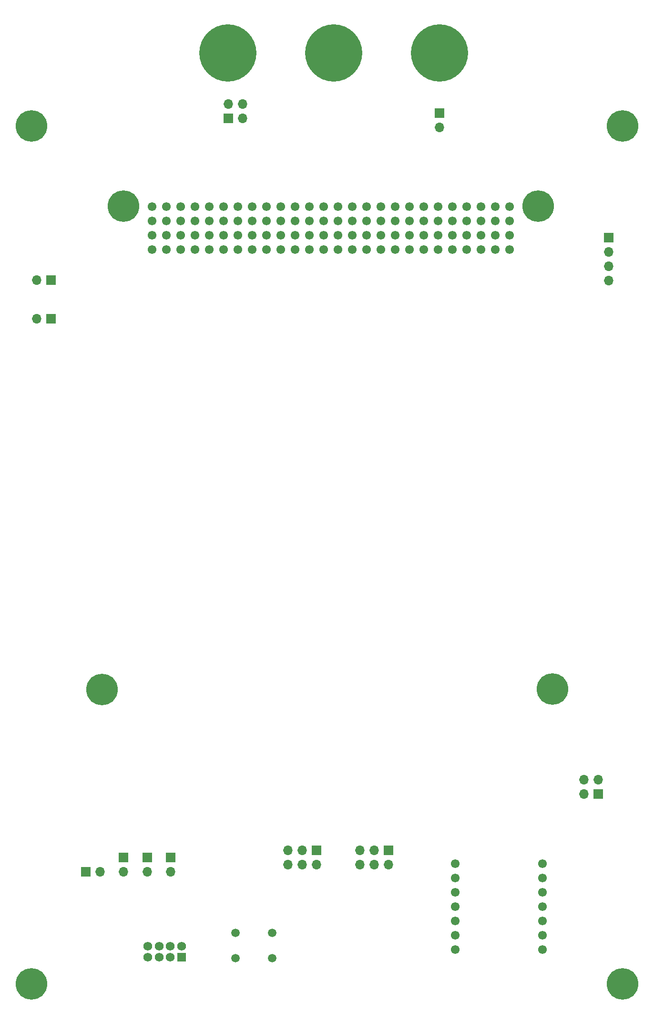
<source format=gbr>
%TF.GenerationSoftware,KiCad,Pcbnew,8.0.6*%
%TF.CreationDate,2024-11-11T12:52:56+02:00*%
%TF.ProjectId,Universal_Adaptor,556e6976-6572-4736-916c-5f4164617074,rev?*%
%TF.SameCoordinates,Original*%
%TF.FileFunction,Soldermask,Bot*%
%TF.FilePolarity,Negative*%
%FSLAX46Y46*%
G04 Gerber Fmt 4.6, Leading zero omitted, Abs format (unit mm)*
G04 Created by KiCad (PCBNEW 8.0.6) date 2024-11-11 12:52:56*
%MOMM*%
%LPD*%
G01*
G04 APERTURE LIST*
%ADD10R,1.700000X1.700000*%
%ADD11O,1.700000X1.700000*%
%ADD12C,5.600000*%
%ADD13C,1.550000*%
%ADD14R,1.575000X1.575000*%
%ADD15C,1.575000*%
%ADD16C,10.160000*%
%ADD17C,1.500000*%
G04 APERTURE END LIST*
D10*
%TO.C,J13*%
X114200000Y-164700000D03*
D11*
X114200000Y-167240000D03*
X111660000Y-164700000D03*
X111660000Y-167240000D03*
X109120000Y-164700000D03*
X109120000Y-167240000D03*
%TD*%
%TO.C,J6*%
X161760000Y-152110000D03*
X164300000Y-152110000D03*
X161760000Y-154650000D03*
D10*
X164300000Y-154650000D03*
%TD*%
D11*
%TO.C,J12*%
X101115000Y-32210000D03*
X101115000Y-34750000D03*
X98575000Y-32210000D03*
D10*
X98575000Y-34750000D03*
%TD*%
%TO.C,J11*%
X127000000Y-164700000D03*
D11*
X127000000Y-167240000D03*
X124460000Y-164700000D03*
X124460000Y-167240000D03*
X121920000Y-164700000D03*
X121920000Y-167240000D03*
%TD*%
D10*
%TO.C,J14*%
X88318750Y-165900000D03*
D11*
X88318750Y-168440000D03*
%TD*%
D10*
%TO.C,J26*%
X73260000Y-168450000D03*
D11*
X75800000Y-168450000D03*
%TD*%
D10*
%TO.C,J17*%
X79956250Y-165900000D03*
D11*
X79956250Y-168440000D03*
%TD*%
D10*
%TO.C,J16*%
X84137500Y-165900000D03*
D11*
X84137500Y-168440000D03*
%TD*%
D10*
%TO.C,J7*%
X136100000Y-33825000D03*
D11*
X136100000Y-36365000D03*
%TD*%
D10*
%TO.C,J20*%
X67100000Y-70300000D03*
D11*
X64560000Y-70300000D03*
%TD*%
D12*
%TO.C,H7*%
X76137000Y-136109000D03*
%TD*%
D13*
%TO.C,J9*%
X154325000Y-182240000D03*
X154325000Y-179700000D03*
X154325000Y-177160000D03*
X154325000Y-174620000D03*
X154325000Y-172080000D03*
X154325000Y-169540000D03*
X154325000Y-167000000D03*
%TD*%
D12*
%TO.C,H6*%
X153600000Y-50385000D03*
%TD*%
D14*
%TO.C,J8*%
X90275000Y-183650000D03*
D15*
X90275000Y-181650000D03*
X88275000Y-183650000D03*
X88275000Y-181650000D03*
X86275000Y-183650000D03*
X86275000Y-181650000D03*
X84275000Y-183650000D03*
X84275000Y-181650000D03*
%TD*%
D12*
%TO.C,H8*%
X156107000Y-136069000D03*
%TD*%
D16*
%TO.C,J4*%
X117275000Y-23200000D03*
%TD*%
D12*
%TO.C,H3*%
X168600000Y-36125000D03*
%TD*%
%TO.C,H5*%
X79960000Y-50385000D03*
%TD*%
D10*
%TO.C,J10*%
X166125000Y-55930000D03*
D11*
X166125000Y-58470000D03*
X166125000Y-61010000D03*
X166125000Y-63550000D03*
%TD*%
D13*
%TO.C,J2*%
X138825000Y-182240000D03*
X138825000Y-179700000D03*
X138825000Y-177160000D03*
X138825000Y-174620000D03*
X138825000Y-172080000D03*
X138825000Y-169540000D03*
X138825000Y-167000000D03*
%TD*%
D12*
%TO.C,H4*%
X168600000Y-188350000D03*
%TD*%
D10*
%TO.C,J21*%
X67100000Y-63500000D03*
D11*
X64560000Y-63500000D03*
%TD*%
D13*
%TO.C,J1*%
X84998000Y-50401000D03*
X84998000Y-52941000D03*
X87538000Y-50401000D03*
X87538000Y-52941000D03*
X90078000Y-50401000D03*
X90078000Y-52941000D03*
X92618000Y-50401000D03*
X92618000Y-52941000D03*
X95158000Y-50401000D03*
X95158000Y-52941000D03*
X97698000Y-50401000D03*
X97698000Y-52941000D03*
X100238000Y-50401000D03*
X100238000Y-52941000D03*
X102778000Y-50401000D03*
X102778000Y-52941000D03*
X105318000Y-50401000D03*
X105318000Y-52941000D03*
X107858000Y-50401000D03*
X107858000Y-52941000D03*
X110398000Y-50401000D03*
X110398000Y-52941000D03*
X112938000Y-50401000D03*
X112938000Y-52941000D03*
X115478000Y-50401000D03*
X115478000Y-52941000D03*
X118018000Y-50401000D03*
X118018000Y-52941000D03*
X120558000Y-50401000D03*
X120558000Y-52941000D03*
X123098000Y-50401000D03*
X123098000Y-52941000D03*
X125638000Y-50401000D03*
X125638000Y-52941000D03*
X128178000Y-50401000D03*
X128178000Y-52941000D03*
X130718000Y-50401000D03*
X130718000Y-52941000D03*
X133258000Y-50401000D03*
X133258000Y-52941000D03*
X135798000Y-50401000D03*
X135798000Y-52941000D03*
X138338000Y-50401000D03*
X138338000Y-52941000D03*
X140878000Y-50401000D03*
X140878000Y-52941000D03*
X143418000Y-50401000D03*
X143418000Y-52941000D03*
X145958000Y-50401000D03*
X145958000Y-52941000D03*
X148498000Y-50401000D03*
X148498000Y-52941000D03*
%TD*%
%TO.C,J22*%
X84998000Y-55481000D03*
X84998000Y-58021000D03*
X87538000Y-55481000D03*
X87538000Y-58021000D03*
X90078000Y-55481000D03*
X90078000Y-58021000D03*
X92618000Y-55481000D03*
X92618000Y-58021000D03*
X95158000Y-55481000D03*
X95158000Y-58021000D03*
X97698000Y-55481000D03*
X97698000Y-58021000D03*
X100238000Y-55481000D03*
X100238000Y-58021000D03*
X102778000Y-55481000D03*
X102778000Y-58021000D03*
X105318000Y-55481000D03*
X105318000Y-58021000D03*
X107858000Y-55481000D03*
X107858000Y-58021000D03*
X110398000Y-55481000D03*
X110398000Y-58021000D03*
X112938000Y-55481000D03*
X112938000Y-58021000D03*
X115478000Y-55481000D03*
X115478000Y-58021000D03*
X118018000Y-55481000D03*
X118018000Y-58021000D03*
X120558000Y-55481000D03*
X120558000Y-58021000D03*
X123098000Y-55481000D03*
X123098000Y-58021000D03*
X125638000Y-55481000D03*
X125638000Y-58021000D03*
X128178000Y-55481000D03*
X128178000Y-58021000D03*
X130718000Y-55481000D03*
X130718000Y-58021000D03*
X133258000Y-55481000D03*
X133258000Y-58021000D03*
X135798000Y-55481000D03*
X135798000Y-58021000D03*
X138338000Y-55481000D03*
X138338000Y-58021000D03*
X140878000Y-55481000D03*
X140878000Y-58021000D03*
X143418000Y-55481000D03*
X143418000Y-58021000D03*
X145958000Y-55481000D03*
X145958000Y-58021000D03*
X148498000Y-55481000D03*
X148498000Y-58021000D03*
%TD*%
D12*
%TO.C,H1*%
X63575000Y-36125000D03*
%TD*%
D16*
%TO.C,J5*%
X136075000Y-23200000D03*
%TD*%
%TO.C,J3*%
X98475000Y-23200000D03*
%TD*%
D17*
%TO.C,S1*%
X99875000Y-179300000D03*
X106375000Y-179300000D03*
X99875000Y-183800000D03*
X106375000Y-183800000D03*
%TD*%
D12*
%TO.C,H2*%
X63575000Y-188350000D03*
%TD*%
M02*

</source>
